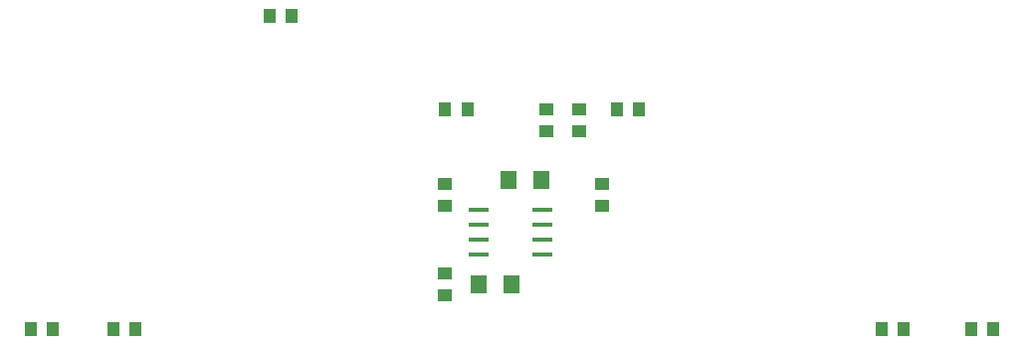
<source format=gbr>
G04 DipTrace 2.3.1.0*
%INTopPaste.gbr*%
%MOIN*%
%ADD52R,0.0433X0.0512*%
%ADD54R,0.0512X0.0433*%
%ADD63R,0.0709X0.0157*%
%ADD73R,0.0551X0.063*%
%FSLAX44Y44*%
G04*
G70*
G90*
G75*
G01*
%LNTopPaste*%
%LPD*%
D73*
X25539Y27937D3*
X24437D3*
X24539Y24437D3*
X23437D3*
D63*
Y26937D3*
Y26437D3*
Y25937D3*
Y25437D3*
X25563D3*
Y25937D3*
Y26437D3*
Y26937D3*
D54*
X22311Y24063D3*
Y24811D3*
Y27811D3*
Y27063D3*
D52*
X22313Y30312D3*
X23061D3*
D54*
X25687Y30311D3*
Y29563D3*
X27561Y27811D3*
Y27063D3*
D52*
X28811Y30312D3*
X28063D3*
D54*
X26812Y30311D3*
Y29563D3*
D52*
X36937Y22937D3*
X37685D3*
X11187D3*
X11935D3*
X39937D3*
X40685D3*
X8437D3*
X9185D3*
X16437Y33437D3*
X17185D3*
M02*

</source>
